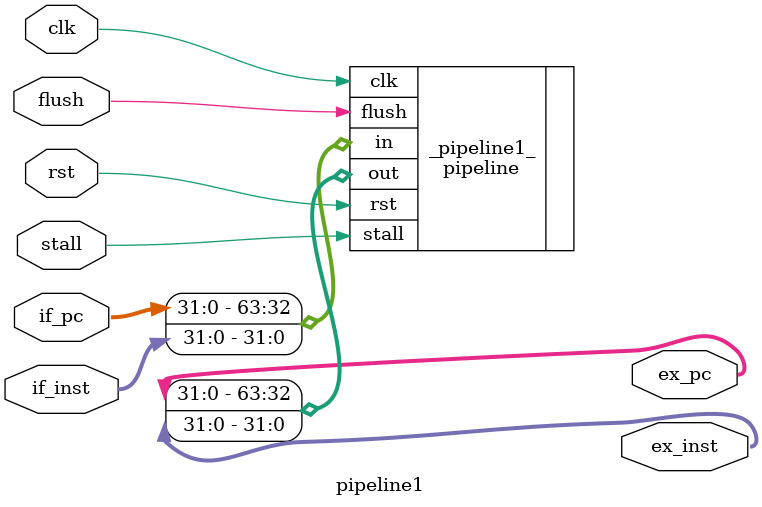
<source format=sv>
module pipeline1(
  input wire clk,
  input wire rst,
  input wire flush,
  input wire stall,
  input wire [31:0] if_pc,   output wire [31:0] ex_pc,
  input wire [31:0] if_inst, output wire [31:0] ex_inst
);

  pipeline _pipeline1_(
    .clk(clk), .rst(rst), .flush(flush), .stall(stall),
    .in ({if_pc, if_inst}),
    .out({ex_pc, ex_inst})
  );

endmodule

</source>
